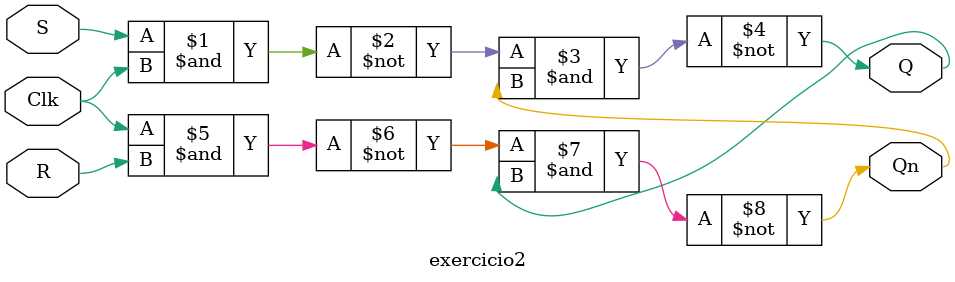
<source format=v>
module exercicio2(Clk, S, R, Q, Qn);
input Clk, S, R;
output Q, Qn;

assign Q = ~( ( ~(S&Clk) ) & (Qn) );
assign Qn = ~(  ( ~(Clk&R) ) & (Q) );

endmodule

</source>
